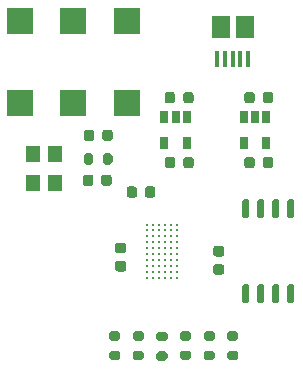
<source format=gbr>
G04 #@! TF.GenerationSoftware,KiCad,Pcbnew,5.1.10-88a1d61d58~88~ubuntu20.04.1*
G04 #@! TF.CreationDate,2021-09-24T12:37:35+02:00*
G04 #@! TF.ProjectId,carrier,63617272-6965-4722-9e6b-696361645f70,0.1*
G04 #@! TF.SameCoordinates,Original*
G04 #@! TF.FileFunction,Paste,Top*
G04 #@! TF.FilePolarity,Positive*
%FSLAX46Y46*%
G04 Gerber Fmt 4.6, Leading zero omitted, Abs format (unit mm)*
G04 Created by KiCad (PCBNEW 5.1.10-88a1d61d58~88~ubuntu20.04.1) date 2021-09-24 12:37:35*
%MOMM*%
%LPD*%
G01*
G04 APERTURE LIST*
%ADD10C,0.270000*%
%ADD11R,0.650000X1.060000*%
%ADD12R,1.500000X1.900000*%
%ADD13R,0.400000X1.350000*%
%ADD14R,2.200000X2.200000*%
%ADD15R,1.200000X1.400000*%
G04 APERTURE END LIST*
G04 #@! TO.C,C9*
G36*
G01*
X47980000Y-81825000D02*
X48480000Y-81825000D01*
G75*
G02*
X48705000Y-82050000I0J-225000D01*
G01*
X48705000Y-82500000D01*
G75*
G02*
X48480000Y-82725000I-225000J0D01*
G01*
X47980000Y-82725000D01*
G75*
G02*
X47755000Y-82500000I0J225000D01*
G01*
X47755000Y-82050000D01*
G75*
G02*
X47980000Y-81825000I225000J0D01*
G01*
G37*
G36*
G01*
X47980000Y-80275000D02*
X48480000Y-80275000D01*
G75*
G02*
X48705000Y-80500000I0J-225000D01*
G01*
X48705000Y-80950000D01*
G75*
G02*
X48480000Y-81175000I-225000J0D01*
G01*
X47980000Y-81175000D01*
G75*
G02*
X47755000Y-80950000I0J225000D01*
G01*
X47755000Y-80500000D01*
G75*
G02*
X47980000Y-80275000I225000J0D01*
G01*
G37*
G04 #@! TD*
G04 #@! TO.C,C11*
G36*
G01*
X56788000Y-81453000D02*
X56288000Y-81453000D01*
G75*
G02*
X56063000Y-81228000I0J225000D01*
G01*
X56063000Y-80778000D01*
G75*
G02*
X56288000Y-80553000I225000J0D01*
G01*
X56788000Y-80553000D01*
G75*
G02*
X57013000Y-80778000I0J-225000D01*
G01*
X57013000Y-81228000D01*
G75*
G02*
X56788000Y-81453000I-225000J0D01*
G01*
G37*
G36*
G01*
X56788000Y-83003000D02*
X56288000Y-83003000D01*
G75*
G02*
X56063000Y-82778000I0J225000D01*
G01*
X56063000Y-82328000D01*
G75*
G02*
X56288000Y-82103000I225000J0D01*
G01*
X56788000Y-82103000D01*
G75*
G02*
X57013000Y-82328000I0J-225000D01*
G01*
X57013000Y-82778000D01*
G75*
G02*
X56788000Y-83003000I-225000J0D01*
G01*
G37*
G04 #@! TD*
D10*
G04 #@! TO.C,ASIC1*
X52980000Y-78750000D03*
X52480000Y-78750000D03*
X51980000Y-78750000D03*
X51480000Y-78750000D03*
X50980000Y-78750000D03*
X50480000Y-78750000D03*
X52980000Y-79250000D03*
X52480000Y-79250000D03*
X51980000Y-79250000D03*
X51480000Y-79250000D03*
X50980000Y-79250000D03*
X50480000Y-79250000D03*
X52980000Y-79750000D03*
X52480000Y-79750000D03*
X51980000Y-79750000D03*
X51480000Y-79750000D03*
X50980000Y-79750000D03*
X50480000Y-79750000D03*
X52980000Y-80250000D03*
X52480000Y-80250000D03*
X51980000Y-80250000D03*
X51480000Y-80250000D03*
X50980000Y-80250000D03*
X50480000Y-80250000D03*
X52980000Y-80750000D03*
X52480000Y-80750000D03*
X51980000Y-80750000D03*
X51480000Y-80750000D03*
X50980000Y-80750000D03*
X50480000Y-80750000D03*
X52980000Y-81250000D03*
X52480000Y-81250000D03*
X51980000Y-81250000D03*
X51480000Y-81250000D03*
X50980000Y-81250000D03*
X50480000Y-81250000D03*
X52980000Y-81750000D03*
X52480000Y-81750000D03*
X51980000Y-81750000D03*
X51480000Y-81750000D03*
X50980000Y-81750000D03*
X50480000Y-81750000D03*
X52980000Y-82250000D03*
X52480000Y-82250000D03*
X51980000Y-82250000D03*
X51480000Y-82250000D03*
X50980000Y-82250000D03*
X50480000Y-82250000D03*
X52980000Y-82750000D03*
X52480000Y-82750000D03*
X51980000Y-82750000D03*
X51480000Y-82750000D03*
X50980000Y-82750000D03*
X50480000Y-82750000D03*
X52980000Y-83250000D03*
X52480000Y-83250000D03*
X51980000Y-83250000D03*
X51480000Y-83250000D03*
X50980000Y-83250000D03*
X50480000Y-83250000D03*
G04 #@! TD*
G04 #@! TO.C,U2*
G36*
G01*
X58975000Y-78200000D02*
X58675000Y-78200000D01*
G75*
G02*
X58525000Y-78050000I0J150000D01*
G01*
X58525000Y-76750000D01*
G75*
G02*
X58675000Y-76600000I150000J0D01*
G01*
X58975000Y-76600000D01*
G75*
G02*
X59125000Y-76750000I0J-150000D01*
G01*
X59125000Y-78050000D01*
G75*
G02*
X58975000Y-78200000I-150000J0D01*
G01*
G37*
G36*
G01*
X60245000Y-78200000D02*
X59945000Y-78200000D01*
G75*
G02*
X59795000Y-78050000I0J150000D01*
G01*
X59795000Y-76750000D01*
G75*
G02*
X59945000Y-76600000I150000J0D01*
G01*
X60245000Y-76600000D01*
G75*
G02*
X60395000Y-76750000I0J-150000D01*
G01*
X60395000Y-78050000D01*
G75*
G02*
X60245000Y-78200000I-150000J0D01*
G01*
G37*
G36*
G01*
X61515000Y-78200000D02*
X61215000Y-78200000D01*
G75*
G02*
X61065000Y-78050000I0J150000D01*
G01*
X61065000Y-76750000D01*
G75*
G02*
X61215000Y-76600000I150000J0D01*
G01*
X61515000Y-76600000D01*
G75*
G02*
X61665000Y-76750000I0J-150000D01*
G01*
X61665000Y-78050000D01*
G75*
G02*
X61515000Y-78200000I-150000J0D01*
G01*
G37*
G36*
G01*
X62785000Y-78200000D02*
X62485000Y-78200000D01*
G75*
G02*
X62335000Y-78050000I0J150000D01*
G01*
X62335000Y-76750000D01*
G75*
G02*
X62485000Y-76600000I150000J0D01*
G01*
X62785000Y-76600000D01*
G75*
G02*
X62935000Y-76750000I0J-150000D01*
G01*
X62935000Y-78050000D01*
G75*
G02*
X62785000Y-78200000I-150000J0D01*
G01*
G37*
G36*
G01*
X62785000Y-85400000D02*
X62485000Y-85400000D01*
G75*
G02*
X62335000Y-85250000I0J150000D01*
G01*
X62335000Y-83950000D01*
G75*
G02*
X62485000Y-83800000I150000J0D01*
G01*
X62785000Y-83800000D01*
G75*
G02*
X62935000Y-83950000I0J-150000D01*
G01*
X62935000Y-85250000D01*
G75*
G02*
X62785000Y-85400000I-150000J0D01*
G01*
G37*
G36*
G01*
X61515000Y-85400000D02*
X61215000Y-85400000D01*
G75*
G02*
X61065000Y-85250000I0J150000D01*
G01*
X61065000Y-83950000D01*
G75*
G02*
X61215000Y-83800000I150000J0D01*
G01*
X61515000Y-83800000D01*
G75*
G02*
X61665000Y-83950000I0J-150000D01*
G01*
X61665000Y-85250000D01*
G75*
G02*
X61515000Y-85400000I-150000J0D01*
G01*
G37*
G36*
G01*
X60245000Y-85400000D02*
X59945000Y-85400000D01*
G75*
G02*
X59795000Y-85250000I0J150000D01*
G01*
X59795000Y-83950000D01*
G75*
G02*
X59945000Y-83800000I150000J0D01*
G01*
X60245000Y-83800000D01*
G75*
G02*
X60395000Y-83950000I0J-150000D01*
G01*
X60395000Y-85250000D01*
G75*
G02*
X60245000Y-85400000I-150000J0D01*
G01*
G37*
G36*
G01*
X58975000Y-85400000D02*
X58675000Y-85400000D01*
G75*
G02*
X58525000Y-85250000I0J150000D01*
G01*
X58525000Y-83950000D01*
G75*
G02*
X58675000Y-83800000I150000J0D01*
G01*
X58975000Y-83800000D01*
G75*
G02*
X59125000Y-83950000I0J-150000D01*
G01*
X59125000Y-85250000D01*
G75*
G02*
X58975000Y-85400000I-150000J0D01*
G01*
G37*
G04 #@! TD*
D11*
G04 #@! TO.C,U6*
X53830000Y-71850000D03*
X51930000Y-71850000D03*
X51930000Y-69650000D03*
X52880000Y-69650000D03*
X53830000Y-69650000D03*
G04 #@! TD*
G04 #@! TO.C,U5*
X60580000Y-71850000D03*
X58680000Y-71850000D03*
X58680000Y-69650000D03*
X59630000Y-69650000D03*
X60580000Y-69650000D03*
G04 #@! TD*
G04 #@! TO.C,C7*
G36*
G01*
X52830000Y-73243750D02*
X52830000Y-73756250D01*
G75*
G02*
X52611250Y-73975000I-218750J0D01*
G01*
X52173750Y-73975000D01*
G75*
G02*
X51955000Y-73756250I0J218750D01*
G01*
X51955000Y-73243750D01*
G75*
G02*
X52173750Y-73025000I218750J0D01*
G01*
X52611250Y-73025000D01*
G75*
G02*
X52830000Y-73243750I0J-218750D01*
G01*
G37*
G36*
G01*
X54405000Y-73243750D02*
X54405000Y-73756250D01*
G75*
G02*
X54186250Y-73975000I-218750J0D01*
G01*
X53748750Y-73975000D01*
G75*
G02*
X53530000Y-73756250I0J218750D01*
G01*
X53530000Y-73243750D01*
G75*
G02*
X53748750Y-73025000I218750J0D01*
G01*
X54186250Y-73025000D01*
G75*
G02*
X54405000Y-73243750I0J-218750D01*
G01*
G37*
G04 #@! TD*
G04 #@! TO.C,C5*
G36*
G01*
X52830000Y-67743750D02*
X52830000Y-68256250D01*
G75*
G02*
X52611250Y-68475000I-218750J0D01*
G01*
X52173750Y-68475000D01*
G75*
G02*
X51955000Y-68256250I0J218750D01*
G01*
X51955000Y-67743750D01*
G75*
G02*
X52173750Y-67525000I218750J0D01*
G01*
X52611250Y-67525000D01*
G75*
G02*
X52830000Y-67743750I0J-218750D01*
G01*
G37*
G36*
G01*
X54405000Y-67743750D02*
X54405000Y-68256250D01*
G75*
G02*
X54186250Y-68475000I-218750J0D01*
G01*
X53748750Y-68475000D01*
G75*
G02*
X53530000Y-68256250I0J218750D01*
G01*
X53530000Y-67743750D01*
G75*
G02*
X53748750Y-67525000I218750J0D01*
G01*
X54186250Y-67525000D01*
G75*
G02*
X54405000Y-67743750I0J-218750D01*
G01*
G37*
G04 #@! TD*
G04 #@! TO.C,C3*
G36*
G01*
X59580000Y-73243750D02*
X59580000Y-73756250D01*
G75*
G02*
X59361250Y-73975000I-218750J0D01*
G01*
X58923750Y-73975000D01*
G75*
G02*
X58705000Y-73756250I0J218750D01*
G01*
X58705000Y-73243750D01*
G75*
G02*
X58923750Y-73025000I218750J0D01*
G01*
X59361250Y-73025000D01*
G75*
G02*
X59580000Y-73243750I0J-218750D01*
G01*
G37*
G36*
G01*
X61155000Y-73243750D02*
X61155000Y-73756250D01*
G75*
G02*
X60936250Y-73975000I-218750J0D01*
G01*
X60498750Y-73975000D01*
G75*
G02*
X60280000Y-73756250I0J218750D01*
G01*
X60280000Y-73243750D01*
G75*
G02*
X60498750Y-73025000I218750J0D01*
G01*
X60936250Y-73025000D01*
G75*
G02*
X61155000Y-73243750I0J-218750D01*
G01*
G37*
G04 #@! TD*
G04 #@! TO.C,C1*
G36*
G01*
X59580000Y-67743750D02*
X59580000Y-68256250D01*
G75*
G02*
X59361250Y-68475000I-218750J0D01*
G01*
X58923750Y-68475000D01*
G75*
G02*
X58705000Y-68256250I0J218750D01*
G01*
X58705000Y-67743750D01*
G75*
G02*
X58923750Y-67525000I218750J0D01*
G01*
X59361250Y-67525000D01*
G75*
G02*
X59580000Y-67743750I0J-218750D01*
G01*
G37*
G36*
G01*
X61155000Y-67743750D02*
X61155000Y-68256250D01*
G75*
G02*
X60936250Y-68475000I-218750J0D01*
G01*
X60498750Y-68475000D01*
G75*
G02*
X60280000Y-68256250I0J218750D01*
G01*
X60280000Y-67743750D01*
G75*
G02*
X60498750Y-67525000I218750J0D01*
G01*
X60936250Y-67525000D01*
G75*
G02*
X61155000Y-67743750I0J-218750D01*
G01*
G37*
G04 #@! TD*
G04 #@! TO.C,C10*
G36*
G01*
X51180000Y-75750000D02*
X51180000Y-76250000D01*
G75*
G02*
X50955000Y-76475000I-225000J0D01*
G01*
X50505000Y-76475000D01*
G75*
G02*
X50280000Y-76250000I0J225000D01*
G01*
X50280000Y-75750000D01*
G75*
G02*
X50505000Y-75525000I225000J0D01*
G01*
X50955000Y-75525000D01*
G75*
G02*
X51180000Y-75750000I0J-225000D01*
G01*
G37*
G36*
G01*
X49630000Y-75750000D02*
X49630000Y-76250000D01*
G75*
G02*
X49405000Y-76475000I-225000J0D01*
G01*
X48955000Y-76475000D01*
G75*
G02*
X48730000Y-76250000I0J225000D01*
G01*
X48730000Y-75750000D01*
G75*
G02*
X48955000Y-75525000I225000J0D01*
G01*
X49405000Y-75525000D01*
G75*
G02*
X49630000Y-75750000I0J-225000D01*
G01*
G37*
G04 #@! TD*
G04 #@! TO.C,C16*
G36*
G01*
X45030000Y-75250000D02*
X45030000Y-74750000D01*
G75*
G02*
X45255000Y-74525000I225000J0D01*
G01*
X45705000Y-74525000D01*
G75*
G02*
X45930000Y-74750000I0J-225000D01*
G01*
X45930000Y-75250000D01*
G75*
G02*
X45705000Y-75475000I-225000J0D01*
G01*
X45255000Y-75475000D01*
G75*
G02*
X45030000Y-75250000I0J225000D01*
G01*
G37*
G36*
G01*
X46580000Y-75250000D02*
X46580000Y-74750000D01*
G75*
G02*
X46805000Y-74525000I225000J0D01*
G01*
X47255000Y-74525000D01*
G75*
G02*
X47480000Y-74750000I0J-225000D01*
G01*
X47480000Y-75250000D01*
G75*
G02*
X47255000Y-75475000I-225000J0D01*
G01*
X46805000Y-75475000D01*
G75*
G02*
X46580000Y-75250000I0J225000D01*
G01*
G37*
G04 #@! TD*
G04 #@! TO.C,R1*
G36*
G01*
X58005000Y-88575000D02*
X57455000Y-88575000D01*
G75*
G02*
X57255000Y-88375000I0J200000D01*
G01*
X57255000Y-87975000D01*
G75*
G02*
X57455000Y-87775000I200000J0D01*
G01*
X58005000Y-87775000D01*
G75*
G02*
X58205000Y-87975000I0J-200000D01*
G01*
X58205000Y-88375000D01*
G75*
G02*
X58005000Y-88575000I-200000J0D01*
G01*
G37*
G36*
G01*
X58005000Y-90225000D02*
X57455000Y-90225000D01*
G75*
G02*
X57255000Y-90025000I0J200000D01*
G01*
X57255000Y-89625000D01*
G75*
G02*
X57455000Y-89425000I200000J0D01*
G01*
X58005000Y-89425000D01*
G75*
G02*
X58205000Y-89625000I0J-200000D01*
G01*
X58205000Y-90025000D01*
G75*
G02*
X58005000Y-90225000I-200000J0D01*
G01*
G37*
G04 #@! TD*
G04 #@! TO.C,R2*
G36*
G01*
X56005000Y-90225000D02*
X55455000Y-90225000D01*
G75*
G02*
X55255000Y-90025000I0J200000D01*
G01*
X55255000Y-89625000D01*
G75*
G02*
X55455000Y-89425000I200000J0D01*
G01*
X56005000Y-89425000D01*
G75*
G02*
X56205000Y-89625000I0J-200000D01*
G01*
X56205000Y-90025000D01*
G75*
G02*
X56005000Y-90225000I-200000J0D01*
G01*
G37*
G36*
G01*
X56005000Y-88575000D02*
X55455000Y-88575000D01*
G75*
G02*
X55255000Y-88375000I0J200000D01*
G01*
X55255000Y-87975000D01*
G75*
G02*
X55455000Y-87775000I200000J0D01*
G01*
X56005000Y-87775000D01*
G75*
G02*
X56205000Y-87975000I0J-200000D01*
G01*
X56205000Y-88375000D01*
G75*
G02*
X56005000Y-88575000I-200000J0D01*
G01*
G37*
G04 #@! TD*
G04 #@! TO.C,R3*
G36*
G01*
X54005000Y-88575000D02*
X53455000Y-88575000D01*
G75*
G02*
X53255000Y-88375000I0J200000D01*
G01*
X53255000Y-87975000D01*
G75*
G02*
X53455000Y-87775000I200000J0D01*
G01*
X54005000Y-87775000D01*
G75*
G02*
X54205000Y-87975000I0J-200000D01*
G01*
X54205000Y-88375000D01*
G75*
G02*
X54005000Y-88575000I-200000J0D01*
G01*
G37*
G36*
G01*
X54005000Y-90225000D02*
X53455000Y-90225000D01*
G75*
G02*
X53255000Y-90025000I0J200000D01*
G01*
X53255000Y-89625000D01*
G75*
G02*
X53455000Y-89425000I200000J0D01*
G01*
X54005000Y-89425000D01*
G75*
G02*
X54205000Y-89625000I0J-200000D01*
G01*
X54205000Y-90025000D01*
G75*
G02*
X54005000Y-90225000I-200000J0D01*
G01*
G37*
G04 #@! TD*
G04 #@! TO.C,R4*
G36*
G01*
X52005000Y-90280001D02*
X51455000Y-90280001D01*
G75*
G02*
X51255000Y-90080001I0J200000D01*
G01*
X51255000Y-89680001D01*
G75*
G02*
X51455000Y-89480001I200000J0D01*
G01*
X52005000Y-89480001D01*
G75*
G02*
X52205000Y-89680001I0J-200000D01*
G01*
X52205000Y-90080001D01*
G75*
G02*
X52005000Y-90280001I-200000J0D01*
G01*
G37*
G36*
G01*
X52005000Y-88630001D02*
X51455000Y-88630001D01*
G75*
G02*
X51255000Y-88430001I0J200000D01*
G01*
X51255000Y-88030001D01*
G75*
G02*
X51455000Y-87830001I200000J0D01*
G01*
X52005000Y-87830001D01*
G75*
G02*
X52205000Y-88030001I0J-200000D01*
G01*
X52205000Y-88430001D01*
G75*
G02*
X52005000Y-88630001I-200000J0D01*
G01*
G37*
G04 #@! TD*
G04 #@! TO.C,R5*
G36*
G01*
X50005000Y-88575000D02*
X49455000Y-88575000D01*
G75*
G02*
X49255000Y-88375000I0J200000D01*
G01*
X49255000Y-87975000D01*
G75*
G02*
X49455000Y-87775000I200000J0D01*
G01*
X50005000Y-87775000D01*
G75*
G02*
X50205000Y-87975000I0J-200000D01*
G01*
X50205000Y-88375000D01*
G75*
G02*
X50005000Y-88575000I-200000J0D01*
G01*
G37*
G36*
G01*
X50005000Y-90225000D02*
X49455000Y-90225000D01*
G75*
G02*
X49255000Y-90025000I0J200000D01*
G01*
X49255000Y-89625000D01*
G75*
G02*
X49455000Y-89425000I200000J0D01*
G01*
X50005000Y-89425000D01*
G75*
G02*
X50205000Y-89625000I0J-200000D01*
G01*
X50205000Y-90025000D01*
G75*
G02*
X50005000Y-90225000I-200000J0D01*
G01*
G37*
G04 #@! TD*
G04 #@! TO.C,R6*
G36*
G01*
X48005000Y-90225000D02*
X47455000Y-90225000D01*
G75*
G02*
X47255000Y-90025000I0J200000D01*
G01*
X47255000Y-89625000D01*
G75*
G02*
X47455000Y-89425000I200000J0D01*
G01*
X48005000Y-89425000D01*
G75*
G02*
X48205000Y-89625000I0J-200000D01*
G01*
X48205000Y-90025000D01*
G75*
G02*
X48005000Y-90225000I-200000J0D01*
G01*
G37*
G36*
G01*
X48005000Y-88575000D02*
X47455000Y-88575000D01*
G75*
G02*
X47255000Y-88375000I0J200000D01*
G01*
X47255000Y-87975000D01*
G75*
G02*
X47455000Y-87775000I200000J0D01*
G01*
X48005000Y-87775000D01*
G75*
G02*
X48205000Y-87975000I0J-200000D01*
G01*
X48205000Y-88375000D01*
G75*
G02*
X48005000Y-88575000I-200000J0D01*
G01*
G37*
G04 #@! TD*
D12*
G04 #@! TO.C,J3*
X56730000Y-62000000D03*
D13*
X58380000Y-64700000D03*
X59030000Y-64700000D03*
X56430000Y-64700000D03*
X57080000Y-64700000D03*
X57730000Y-64700000D03*
D12*
X58730000Y-62000000D03*
G04 #@! TD*
G04 #@! TO.C,D1*
G36*
G01*
X45105000Y-71456250D02*
X45105000Y-70943750D01*
G75*
G02*
X45323750Y-70725000I218750J0D01*
G01*
X45761250Y-70725000D01*
G75*
G02*
X45980000Y-70943750I0J-218750D01*
G01*
X45980000Y-71456250D01*
G75*
G02*
X45761250Y-71675000I-218750J0D01*
G01*
X45323750Y-71675000D01*
G75*
G02*
X45105000Y-71456250I0J218750D01*
G01*
G37*
G36*
G01*
X46680000Y-71456250D02*
X46680000Y-70943750D01*
G75*
G02*
X46898750Y-70725000I218750J0D01*
G01*
X47336250Y-70725000D01*
G75*
G02*
X47555000Y-70943750I0J-218750D01*
G01*
X47555000Y-71456250D01*
G75*
G02*
X47336250Y-71675000I-218750J0D01*
G01*
X46898750Y-71675000D01*
G75*
G02*
X46680000Y-71456250I0J218750D01*
G01*
G37*
G04 #@! TD*
G04 #@! TO.C,R7*
G36*
G01*
X45105000Y-73475000D02*
X45105000Y-72925000D01*
G75*
G02*
X45305000Y-72725000I200000J0D01*
G01*
X45705000Y-72725000D01*
G75*
G02*
X45905000Y-72925000I0J-200000D01*
G01*
X45905000Y-73475000D01*
G75*
G02*
X45705000Y-73675000I-200000J0D01*
G01*
X45305000Y-73675000D01*
G75*
G02*
X45105000Y-73475000I0J200000D01*
G01*
G37*
G36*
G01*
X46755000Y-73475000D02*
X46755000Y-72925000D01*
G75*
G02*
X46955000Y-72725000I200000J0D01*
G01*
X47355000Y-72725000D01*
G75*
G02*
X47555000Y-72925000I0J-200000D01*
G01*
X47555000Y-73475000D01*
G75*
G02*
X47355000Y-73675000I-200000J0D01*
G01*
X46955000Y-73675000D01*
G75*
G02*
X46755000Y-73475000I0J200000D01*
G01*
G37*
G04 #@! TD*
D14*
G04 #@! TO.C,SW1*
X48730000Y-61550000D03*
X48730000Y-68450000D03*
G04 #@! TD*
G04 #@! TO.C,SW2*
X44230000Y-68450000D03*
X44230000Y-61550000D03*
G04 #@! TD*
G04 #@! TO.C,SW3*
X39730000Y-61550000D03*
X39730000Y-68450000D03*
G04 #@! TD*
D15*
G04 #@! TO.C,X1*
X40780000Y-72800000D03*
X40780000Y-75200000D03*
X42680000Y-75200000D03*
X42680000Y-72800000D03*
G04 #@! TD*
M02*

</source>
